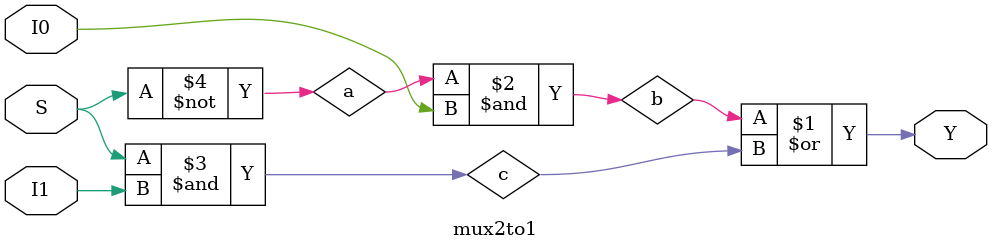
<source format=sv>
module mux2to1 (Y,S,I0,I1);
	input I0,I1,S;
	output Y;
	logic a,b,c;
	or(Y,b,c);
	and(b,a,I0);
	and(c,S,I1);
	not(a,S);
endmodule

</source>
